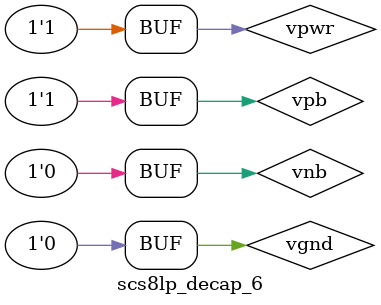
<source format=v>
`celldefine
`timescale 1ns / 1ps

module scs8lp_decap_6  (

`ifdef SC_USE_PG_PIN
input vpwr,
input vgnd,
input vpb,
input vnb
`endif

);

`ifdef functional
`else
`ifdef SC_USE_PG_PIN
`else
supply1 vpwr;
supply0 vgnd;
supply1 vpb;
supply0 vnb;
`endif
`endif

endmodule
`endcelldefine

</source>
